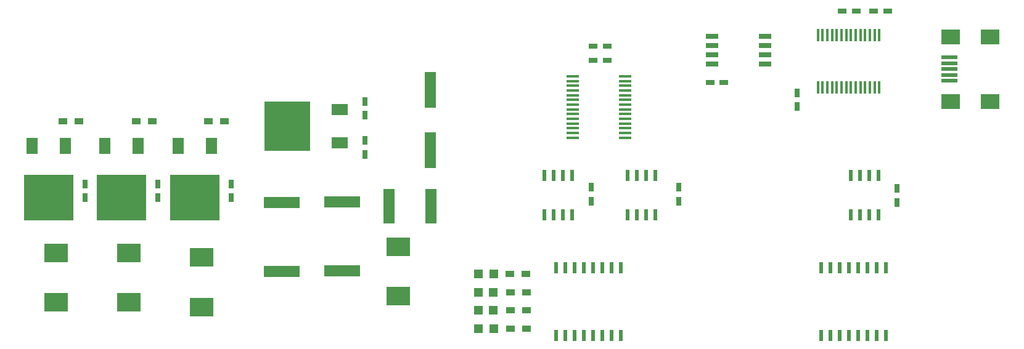
<source format=gtp>
G04 #@! TF.FileFunction,Paste,Top*
%FSLAX46Y46*%
G04 Gerber Fmt 4.6, Leading zero omitted, Abs format (unit mm)*
G04 Created by KiCad (PCBNEW (2016-07-20 BZR 6990)-product) date Sun Sep 11 23:36:35 2016*
%MOMM*%
%LPD*%
G01*
G04 APERTURE LIST*
%ADD10C,0.100000*%
%ADD11R,0.600000X1.550000*%
%ADD12R,1.200000X0.750000*%
%ADD13R,0.750000X1.200000*%
%ADD14R,5.000000X1.600000*%
%ADD15R,1.600000X5.000000*%
%ADD16R,1.600000X4.700000*%
%ADD17R,2.301240X0.500380*%
%ADD18R,2.499360X1.998980*%
%ADD19R,1.524000X2.260600*%
%ADD20R,6.731000X6.223000*%
%ADD21R,1.200000X0.900000*%
%ADD22R,1.700000X0.650000*%
%ADD23R,2.260600X1.524000*%
%ADD24R,6.223000X6.731000*%
%ADD25R,3.299460X2.499360*%
%ADD26R,1.750000X0.450000*%
%ADD27R,0.600000X1.500000*%
%ADD28R,0.450000X1.750000*%
%ADD29R,1.198880X1.198880*%
G04 APERTURE END LIST*
D10*
D11*
X154555000Y-74800000D03*
X155825000Y-74800000D03*
X157095000Y-74800000D03*
X158365000Y-74800000D03*
X158365000Y-69400000D03*
X157095000Y-69400000D03*
X155825000Y-69400000D03*
X154555000Y-69400000D03*
X165985000Y-74800000D03*
X167255000Y-74800000D03*
X168525000Y-74800000D03*
X169795000Y-74800000D03*
X169795000Y-69400000D03*
X168525000Y-69400000D03*
X167255000Y-69400000D03*
X165985000Y-69400000D03*
D12*
X197358000Y-46814000D03*
X195458000Y-46814000D03*
D13*
X189296000Y-58056000D03*
X189296000Y-59956000D03*
D12*
X201676000Y-46814000D03*
X199776000Y-46814000D03*
X177300000Y-56650000D03*
X179200000Y-56650000D03*
D14*
X126740000Y-82570000D03*
X118440000Y-82620000D03*
X126740000Y-73070000D03*
X118440000Y-73120000D03*
D13*
X129940000Y-66520000D03*
X129940000Y-64620000D03*
X129940000Y-59220000D03*
X129940000Y-61120000D03*
D15*
X138860000Y-57680000D03*
X138910000Y-65980000D03*
D13*
X91500000Y-72500000D03*
X91500000Y-70600000D03*
X101500000Y-72500000D03*
X101500000Y-70600000D03*
X111500000Y-72500000D03*
X111500000Y-70600000D03*
D16*
X138940000Y-73620000D03*
X133240000Y-73620000D03*
D17*
X210201580Y-56399840D03*
X210201580Y-55599740D03*
X210201580Y-54799640D03*
X210201580Y-53999540D03*
X210201580Y-53199440D03*
D18*
X210300640Y-59249720D03*
X215799740Y-59249720D03*
X210300640Y-50349560D03*
X215799740Y-50349560D03*
D19*
X88786000Y-65337200D03*
X84214000Y-65337200D03*
D20*
X86500000Y-72500000D03*
D19*
X98786000Y-65337200D03*
X94214000Y-65337200D03*
D20*
X96500000Y-72500000D03*
D19*
X108786000Y-65337200D03*
X104214000Y-65337200D03*
D20*
X106500000Y-72500000D03*
D21*
X88400000Y-62000000D03*
X90600000Y-62000000D03*
X98500000Y-62000000D03*
X100700000Y-62000000D03*
X108400000Y-62000000D03*
X110600000Y-62000000D03*
D22*
X184850000Y-54105000D03*
X184850000Y-52835000D03*
X184850000Y-51565000D03*
X184850000Y-50295000D03*
X177550000Y-50295000D03*
X177550000Y-51565000D03*
X177550000Y-52835000D03*
X177550000Y-54105000D03*
D23*
X126440000Y-64906000D03*
X126440000Y-60334000D03*
D24*
X119277200Y-62620000D03*
D25*
X134440000Y-79218940D03*
X134440000Y-86021060D03*
X87500000Y-86901060D03*
X87500000Y-80098940D03*
X97500000Y-86901060D03*
X97500000Y-80098940D03*
X107500000Y-87500000D03*
X107500000Y-80697880D03*
D12*
X161248321Y-53614355D03*
X163148321Y-53614355D03*
X161248321Y-51614355D03*
X163148321Y-51614355D03*
D26*
X165600000Y-64225000D03*
X165600000Y-63575000D03*
X165600000Y-62925000D03*
X165600000Y-62275000D03*
X165600000Y-61625000D03*
X165600000Y-60975000D03*
X165600000Y-60325000D03*
X165600000Y-59675000D03*
X165600000Y-59025000D03*
X165600000Y-58375000D03*
X165600000Y-57725000D03*
X165600000Y-57075000D03*
X165600000Y-56425000D03*
X165600000Y-55775000D03*
X158400000Y-55775000D03*
X158400000Y-56425000D03*
X158400000Y-57075000D03*
X158400000Y-57725000D03*
X158400000Y-58375000D03*
X158400000Y-59025000D03*
X158400000Y-59675000D03*
X158400000Y-60325000D03*
X158400000Y-60975000D03*
X158400000Y-61625000D03*
X158400000Y-62275000D03*
X158400000Y-62925000D03*
X158400000Y-63575000D03*
X158400000Y-64225000D03*
D27*
X201490000Y-82100000D03*
X200220000Y-82100000D03*
X198950000Y-82100000D03*
X197680000Y-82100000D03*
X196410000Y-82100000D03*
X195140000Y-82100000D03*
X193870000Y-82100000D03*
X192600000Y-82100000D03*
X192600000Y-91400000D03*
X193870000Y-91400000D03*
X195140000Y-91400000D03*
X196410000Y-91400000D03*
X197680000Y-91400000D03*
X198950000Y-91400000D03*
X200220000Y-91400000D03*
X201490000Y-91400000D03*
X165045000Y-82100000D03*
X163775000Y-82100000D03*
X162505000Y-82100000D03*
X161235000Y-82100000D03*
X159965000Y-82100000D03*
X158695000Y-82100000D03*
X157425000Y-82100000D03*
X156155000Y-82100000D03*
X156155000Y-91400000D03*
X157425000Y-91400000D03*
X158695000Y-91400000D03*
X159965000Y-91400000D03*
X161235000Y-91400000D03*
X162505000Y-91400000D03*
X163775000Y-91400000D03*
X165045000Y-91400000D03*
D11*
X196600000Y-74800000D03*
X197870000Y-74800000D03*
X199140000Y-74800000D03*
X200410000Y-74800000D03*
X200410000Y-69400000D03*
X199140000Y-69400000D03*
X197870000Y-69400000D03*
X196600000Y-69400000D03*
D13*
X161000000Y-71050000D03*
X161000000Y-72950000D03*
X173000000Y-71050000D03*
X173000000Y-72950000D03*
X203000000Y-71214800D03*
X203000000Y-73114800D03*
D28*
X192100000Y-57300000D03*
X192750000Y-57300000D03*
X193400000Y-57300000D03*
X194050000Y-57300000D03*
X194700000Y-57300000D03*
X195350000Y-57300000D03*
X196000000Y-57300000D03*
X196650000Y-57300000D03*
X197300000Y-57300000D03*
X197950000Y-57300000D03*
X198600000Y-57300000D03*
X199250000Y-57300000D03*
X199900000Y-57300000D03*
X200550000Y-57300000D03*
X200550000Y-50100000D03*
X199900000Y-50100000D03*
X199250000Y-50100000D03*
X198600000Y-50100000D03*
X197950000Y-50100000D03*
X197300000Y-50100000D03*
X196650000Y-50100000D03*
X196000000Y-50100000D03*
X195350000Y-50100000D03*
X194700000Y-50100000D03*
X194050000Y-50100000D03*
X193400000Y-50100000D03*
X192750000Y-50100000D03*
X192100000Y-50100000D03*
D29*
X147598040Y-83000000D03*
X145500000Y-83000000D03*
X147549020Y-85500000D03*
X145450980Y-85500000D03*
X147549020Y-88000000D03*
X145450980Y-88000000D03*
X147598040Y-90500000D03*
X145500000Y-90500000D03*
D21*
X149800000Y-83000000D03*
X152000000Y-83000000D03*
X149900000Y-85500000D03*
X152100000Y-85500000D03*
X149900000Y-88000000D03*
X152100000Y-88000000D03*
X149900000Y-90500000D03*
X152100000Y-90500000D03*
M02*

</source>
